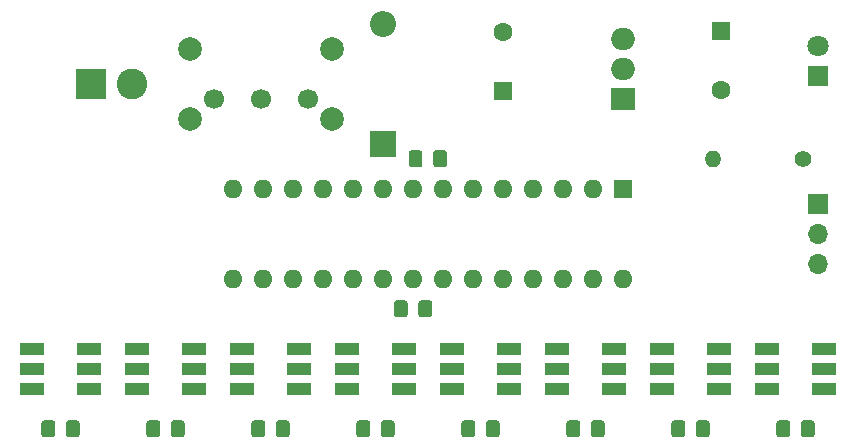
<source format=gbr>
%TF.GenerationSoftware,KiCad,Pcbnew,(5.1.9)-1*%
%TF.CreationDate,2021-05-12T14:49:38+07:00*%
%TF.ProjectId,finalProject,66696e61-6c50-4726-9f6a-6563742e6b69,rev?*%
%TF.SameCoordinates,Original*%
%TF.FileFunction,Soldermask,Top*%
%TF.FilePolarity,Negative*%
%FSLAX46Y46*%
G04 Gerber Fmt 4.6, Leading zero omitted, Abs format (unit mm)*
G04 Created by KiCad (PCBNEW (5.1.9)-1) date 2021-05-12 14:49:38*
%MOMM*%
%LPD*%
G01*
G04 APERTURE LIST*
%ADD10O,1.700000X1.700000*%
%ADD11R,1.700000X1.700000*%
%ADD12O,2.000000X1.905000*%
%ADD13R,2.000000X1.905000*%
%ADD14O,1.600000X1.600000*%
%ADD15R,1.600000X1.600000*%
%ADD16C,1.700000*%
%ADD17C,2.000000*%
%ADD18O,1.400000X1.400000*%
%ADD19C,1.400000*%
%ADD20C,1.800000*%
%ADD21R,1.800000X1.800000*%
%ADD22O,2.200000X2.200000*%
%ADD23R,2.200000X2.200000*%
%ADD24R,2.000000X1.100000*%
%ADD25C,1.600000*%
%ADD26C,2.600000*%
%ADD27R,2.600000X2.600000*%
G04 APERTURE END LIST*
%TO.C,C12*%
G36*
G01*
X139515000Y-99535000D02*
X139515000Y-98585000D01*
G75*
G02*
X139765000Y-98335000I250000J0D01*
G01*
X140440000Y-98335000D01*
G75*
G02*
X140690000Y-98585000I0J-250000D01*
G01*
X140690000Y-99535000D01*
G75*
G02*
X140440000Y-99785000I-250000J0D01*
G01*
X139765000Y-99785000D01*
G75*
G02*
X139515000Y-99535000I0J250000D01*
G01*
G37*
G36*
G01*
X137440000Y-99535000D02*
X137440000Y-98585000D01*
G75*
G02*
X137690000Y-98335000I250000J0D01*
G01*
X138365000Y-98335000D01*
G75*
G02*
X138615000Y-98585000I0J-250000D01*
G01*
X138615000Y-99535000D01*
G75*
G02*
X138365000Y-99785000I-250000J0D01*
G01*
X137690000Y-99785000D01*
G75*
G02*
X137440000Y-99535000I0J250000D01*
G01*
G37*
%TD*%
%TO.C,C11*%
G36*
G01*
X139863500Y-85885000D02*
X139863500Y-86835000D01*
G75*
G02*
X139613500Y-87085000I-250000J0D01*
G01*
X138938500Y-87085000D01*
G75*
G02*
X138688500Y-86835000I0J250000D01*
G01*
X138688500Y-85885000D01*
G75*
G02*
X138938500Y-85635000I250000J0D01*
G01*
X139613500Y-85635000D01*
G75*
G02*
X139863500Y-85885000I0J-250000D01*
G01*
G37*
G36*
G01*
X141938500Y-85885000D02*
X141938500Y-86835000D01*
G75*
G02*
X141688500Y-87085000I-250000J0D01*
G01*
X141013500Y-87085000D01*
G75*
G02*
X140763500Y-86835000I0J250000D01*
G01*
X140763500Y-85885000D01*
G75*
G02*
X141013500Y-85635000I250000J0D01*
G01*
X141688500Y-85635000D01*
G75*
G02*
X141938500Y-85885000I0J-250000D01*
G01*
G37*
%TD*%
%TO.C,C10*%
G36*
G01*
X171000000Y-108745000D02*
X171000000Y-109695000D01*
G75*
G02*
X170750000Y-109945000I-250000J0D01*
G01*
X170075000Y-109945000D01*
G75*
G02*
X169825000Y-109695000I0J250000D01*
G01*
X169825000Y-108745000D01*
G75*
G02*
X170075000Y-108495000I250000J0D01*
G01*
X170750000Y-108495000D01*
G75*
G02*
X171000000Y-108745000I0J-250000D01*
G01*
G37*
G36*
G01*
X173075000Y-108745000D02*
X173075000Y-109695000D01*
G75*
G02*
X172825000Y-109945000I-250000J0D01*
G01*
X172150000Y-109945000D01*
G75*
G02*
X171900000Y-109695000I0J250000D01*
G01*
X171900000Y-108745000D01*
G75*
G02*
X172150000Y-108495000I250000J0D01*
G01*
X172825000Y-108495000D01*
G75*
G02*
X173075000Y-108745000I0J-250000D01*
G01*
G37*
%TD*%
%TO.C,C9*%
G36*
G01*
X162110000Y-108745000D02*
X162110000Y-109695000D01*
G75*
G02*
X161860000Y-109945000I-250000J0D01*
G01*
X161185000Y-109945000D01*
G75*
G02*
X160935000Y-109695000I0J250000D01*
G01*
X160935000Y-108745000D01*
G75*
G02*
X161185000Y-108495000I250000J0D01*
G01*
X161860000Y-108495000D01*
G75*
G02*
X162110000Y-108745000I0J-250000D01*
G01*
G37*
G36*
G01*
X164185000Y-108745000D02*
X164185000Y-109695000D01*
G75*
G02*
X163935000Y-109945000I-250000J0D01*
G01*
X163260000Y-109945000D01*
G75*
G02*
X163010000Y-109695000I0J250000D01*
G01*
X163010000Y-108745000D01*
G75*
G02*
X163260000Y-108495000I250000J0D01*
G01*
X163935000Y-108495000D01*
G75*
G02*
X164185000Y-108745000I0J-250000D01*
G01*
G37*
%TD*%
%TO.C,C8*%
G36*
G01*
X153220000Y-108745000D02*
X153220000Y-109695000D01*
G75*
G02*
X152970000Y-109945000I-250000J0D01*
G01*
X152295000Y-109945000D01*
G75*
G02*
X152045000Y-109695000I0J250000D01*
G01*
X152045000Y-108745000D01*
G75*
G02*
X152295000Y-108495000I250000J0D01*
G01*
X152970000Y-108495000D01*
G75*
G02*
X153220000Y-108745000I0J-250000D01*
G01*
G37*
G36*
G01*
X155295000Y-108745000D02*
X155295000Y-109695000D01*
G75*
G02*
X155045000Y-109945000I-250000J0D01*
G01*
X154370000Y-109945000D01*
G75*
G02*
X154120000Y-109695000I0J250000D01*
G01*
X154120000Y-108745000D01*
G75*
G02*
X154370000Y-108495000I250000J0D01*
G01*
X155045000Y-108495000D01*
G75*
G02*
X155295000Y-108745000I0J-250000D01*
G01*
G37*
%TD*%
%TO.C,C7*%
G36*
G01*
X144330000Y-108745000D02*
X144330000Y-109695000D01*
G75*
G02*
X144080000Y-109945000I-250000J0D01*
G01*
X143405000Y-109945000D01*
G75*
G02*
X143155000Y-109695000I0J250000D01*
G01*
X143155000Y-108745000D01*
G75*
G02*
X143405000Y-108495000I250000J0D01*
G01*
X144080000Y-108495000D01*
G75*
G02*
X144330000Y-108745000I0J-250000D01*
G01*
G37*
G36*
G01*
X146405000Y-108745000D02*
X146405000Y-109695000D01*
G75*
G02*
X146155000Y-109945000I-250000J0D01*
G01*
X145480000Y-109945000D01*
G75*
G02*
X145230000Y-109695000I0J250000D01*
G01*
X145230000Y-108745000D01*
G75*
G02*
X145480000Y-108495000I250000J0D01*
G01*
X146155000Y-108495000D01*
G75*
G02*
X146405000Y-108745000I0J-250000D01*
G01*
G37*
%TD*%
%TO.C,C6*%
G36*
G01*
X135440000Y-108745000D02*
X135440000Y-109695000D01*
G75*
G02*
X135190000Y-109945000I-250000J0D01*
G01*
X134515000Y-109945000D01*
G75*
G02*
X134265000Y-109695000I0J250000D01*
G01*
X134265000Y-108745000D01*
G75*
G02*
X134515000Y-108495000I250000J0D01*
G01*
X135190000Y-108495000D01*
G75*
G02*
X135440000Y-108745000I0J-250000D01*
G01*
G37*
G36*
G01*
X137515000Y-108745000D02*
X137515000Y-109695000D01*
G75*
G02*
X137265000Y-109945000I-250000J0D01*
G01*
X136590000Y-109945000D01*
G75*
G02*
X136340000Y-109695000I0J250000D01*
G01*
X136340000Y-108745000D01*
G75*
G02*
X136590000Y-108495000I250000J0D01*
G01*
X137265000Y-108495000D01*
G75*
G02*
X137515000Y-108745000I0J-250000D01*
G01*
G37*
%TD*%
%TO.C,C5*%
G36*
G01*
X126550000Y-108745000D02*
X126550000Y-109695000D01*
G75*
G02*
X126300000Y-109945000I-250000J0D01*
G01*
X125625000Y-109945000D01*
G75*
G02*
X125375000Y-109695000I0J250000D01*
G01*
X125375000Y-108745000D01*
G75*
G02*
X125625000Y-108495000I250000J0D01*
G01*
X126300000Y-108495000D01*
G75*
G02*
X126550000Y-108745000I0J-250000D01*
G01*
G37*
G36*
G01*
X128625000Y-108745000D02*
X128625000Y-109695000D01*
G75*
G02*
X128375000Y-109945000I-250000J0D01*
G01*
X127700000Y-109945000D01*
G75*
G02*
X127450000Y-109695000I0J250000D01*
G01*
X127450000Y-108745000D01*
G75*
G02*
X127700000Y-108495000I250000J0D01*
G01*
X128375000Y-108495000D01*
G75*
G02*
X128625000Y-108745000I0J-250000D01*
G01*
G37*
%TD*%
%TO.C,C4*%
G36*
G01*
X117660000Y-108745000D02*
X117660000Y-109695000D01*
G75*
G02*
X117410000Y-109945000I-250000J0D01*
G01*
X116735000Y-109945000D01*
G75*
G02*
X116485000Y-109695000I0J250000D01*
G01*
X116485000Y-108745000D01*
G75*
G02*
X116735000Y-108495000I250000J0D01*
G01*
X117410000Y-108495000D01*
G75*
G02*
X117660000Y-108745000I0J-250000D01*
G01*
G37*
G36*
G01*
X119735000Y-108745000D02*
X119735000Y-109695000D01*
G75*
G02*
X119485000Y-109945000I-250000J0D01*
G01*
X118810000Y-109945000D01*
G75*
G02*
X118560000Y-109695000I0J250000D01*
G01*
X118560000Y-108745000D01*
G75*
G02*
X118810000Y-108495000I250000J0D01*
G01*
X119485000Y-108495000D01*
G75*
G02*
X119735000Y-108745000I0J-250000D01*
G01*
G37*
%TD*%
%TO.C,C3*%
G36*
G01*
X108770000Y-108745000D02*
X108770000Y-109695000D01*
G75*
G02*
X108520000Y-109945000I-250000J0D01*
G01*
X107845000Y-109945000D01*
G75*
G02*
X107595000Y-109695000I0J250000D01*
G01*
X107595000Y-108745000D01*
G75*
G02*
X107845000Y-108495000I250000J0D01*
G01*
X108520000Y-108495000D01*
G75*
G02*
X108770000Y-108745000I0J-250000D01*
G01*
G37*
G36*
G01*
X110845000Y-108745000D02*
X110845000Y-109695000D01*
G75*
G02*
X110595000Y-109945000I-250000J0D01*
G01*
X109920000Y-109945000D01*
G75*
G02*
X109670000Y-109695000I0J250000D01*
G01*
X109670000Y-108745000D01*
G75*
G02*
X109920000Y-108495000I250000J0D01*
G01*
X110595000Y-108495000D01*
G75*
G02*
X110845000Y-108745000I0J-250000D01*
G01*
G37*
%TD*%
D10*
%TO.C,J1*%
X173355000Y-95250000D03*
X173355000Y-92710000D03*
D11*
X173355000Y-90170000D03*
%TD*%
D12*
%TO.C,U2*%
X156845000Y-76200000D03*
X156845000Y-78740000D03*
D13*
X156845000Y-81280000D03*
%TD*%
D14*
%TO.C,U1*%
X156845000Y-96520000D03*
X123825000Y-88900000D03*
X154305000Y-96520000D03*
X126365000Y-88900000D03*
X151765000Y-96520000D03*
X128905000Y-88900000D03*
X149225000Y-96520000D03*
X131445000Y-88900000D03*
X146685000Y-96520000D03*
X133985000Y-88900000D03*
X144145000Y-96520000D03*
X136525000Y-88900000D03*
X141605000Y-96520000D03*
X139065000Y-88900000D03*
X139065000Y-96520000D03*
X141605000Y-88900000D03*
X136525000Y-96520000D03*
X144145000Y-88900000D03*
X133985000Y-96520000D03*
X146685000Y-88900000D03*
X131445000Y-96520000D03*
X149225000Y-88900000D03*
X128905000Y-96520000D03*
X151765000Y-88900000D03*
X126365000Y-96520000D03*
X154305000Y-88900000D03*
X123825000Y-96520000D03*
D15*
X156845000Y-88900000D03*
%TD*%
D16*
%TO.C,SW1*%
X122175000Y-81280000D03*
X126175000Y-81280000D03*
X130175000Y-81280000D03*
D17*
X132175000Y-77030000D03*
X120175000Y-77030000D03*
X120175000Y-83030000D03*
X132175000Y-83030000D03*
%TD*%
D18*
%TO.C,R1*%
X164465000Y-86360000D03*
D19*
X172085000Y-86360000D03*
%TD*%
D20*
%TO.C,D10*%
X173355000Y-76835000D03*
D21*
X173355000Y-79375000D03*
%TD*%
D22*
%TO.C,D9*%
X136525000Y-74930000D03*
D23*
X136525000Y-85090000D03*
%TD*%
D24*
%TO.C,D8*%
X173850000Y-102440000D03*
X173850000Y-104140000D03*
X173850000Y-105840000D03*
X169050000Y-105840000D03*
X169050000Y-104140000D03*
X169050000Y-102440000D03*
%TD*%
%TO.C,D7*%
X164960000Y-102440000D03*
X164960000Y-104140000D03*
X164960000Y-105840000D03*
X160160000Y-105840000D03*
X160160000Y-104140000D03*
X160160000Y-102440000D03*
%TD*%
%TO.C,D6*%
X156070000Y-102440000D03*
X156070000Y-104140000D03*
X156070000Y-105840000D03*
X151270000Y-105840000D03*
X151270000Y-104140000D03*
X151270000Y-102440000D03*
%TD*%
%TO.C,D5*%
X147180000Y-102440000D03*
X147180000Y-104140000D03*
X147180000Y-105840000D03*
X142380000Y-105840000D03*
X142380000Y-104140000D03*
X142380000Y-102440000D03*
%TD*%
%TO.C,D4*%
X138290000Y-102440000D03*
X138290000Y-104140000D03*
X138290000Y-105840000D03*
X133490000Y-105840000D03*
X133490000Y-104140000D03*
X133490000Y-102440000D03*
%TD*%
%TO.C,D3*%
X129400000Y-102440000D03*
X129400000Y-104140000D03*
X129400000Y-105840000D03*
X124600000Y-105840000D03*
X124600000Y-104140000D03*
X124600000Y-102440000D03*
%TD*%
%TO.C,D2*%
X120510000Y-102440000D03*
X120510000Y-104140000D03*
X120510000Y-105840000D03*
X115710000Y-105840000D03*
X115710000Y-104140000D03*
X115710000Y-102440000D03*
%TD*%
%TO.C,D1*%
X111620000Y-102440000D03*
X111620000Y-104140000D03*
X111620000Y-105840000D03*
X106820000Y-105840000D03*
X106820000Y-104140000D03*
X106820000Y-102440000D03*
%TD*%
D25*
%TO.C,C2*%
X165100000Y-80565000D03*
D15*
X165100000Y-75565000D03*
%TD*%
D25*
%TO.C,C1*%
X146685000Y-75645000D03*
D15*
X146685000Y-80645000D03*
%TD*%
D26*
%TO.C,BT1*%
X115260000Y-80010000D03*
D27*
X111760000Y-80010000D03*
%TD*%
M02*

</source>
